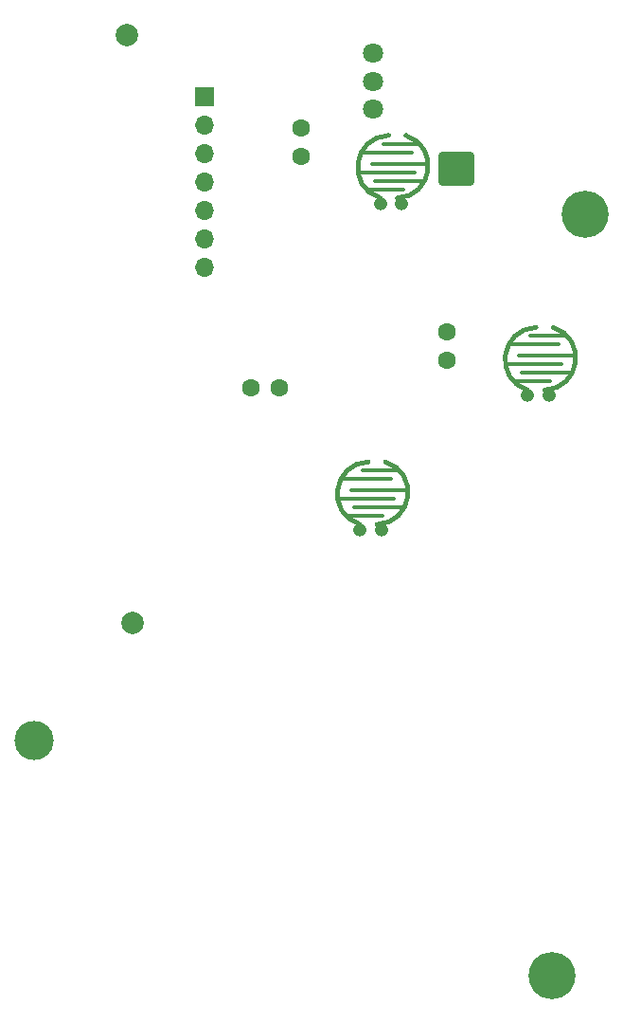
<source format=gbr>
%TF.GenerationSoftware,KiCad,Pcbnew,9.0.0*%
%TF.CreationDate,2025-04-14T10:39:46-04:00*%
%TF.ProjectId,rightPCB,72696768-7450-4434-922e-6b696361645f,rev?*%
%TF.SameCoordinates,Original*%
%TF.FileFunction,Soldermask,Top*%
%TF.FilePolarity,Negative*%
%FSLAX46Y46*%
G04 Gerber Fmt 4.6, Leading zero omitted, Abs format (unit mm)*
G04 Created by KiCad (PCBNEW 9.0.0) date 2025-04-14 10:39:46*
%MOMM*%
%LPD*%
G01*
G04 APERTURE LIST*
G04 Aperture macros list*
%AMRoundRect*
0 Rectangle with rounded corners*
0 $1 Rounding radius*
0 $2 $3 $4 $5 $6 $7 $8 $9 X,Y pos of 4 corners*
0 Add a 4 corners polygon primitive as box body*
4,1,4,$2,$3,$4,$5,$6,$7,$8,$9,$2,$3,0*
0 Add four circle primitives for the rounded corners*
1,1,$1+$1,$2,$3*
1,1,$1+$1,$4,$5*
1,1,$1+$1,$6,$7*
1,1,$1+$1,$8,$9*
0 Add four rect primitives between the rounded corners*
20,1,$1+$1,$2,$3,$4,$5,0*
20,1,$1+$1,$4,$5,$6,$7,0*
20,1,$1+$1,$6,$7,$8,$9,0*
20,1,$1+$1,$8,$9,$2,$3,0*%
G04 Aperture macros list end*
%ADD10C,0.300000*%
%ADD11C,0.400000*%
%ADD12O,1.203200X1.203200*%
%ADD13C,2.000000*%
%ADD14C,1.600000*%
%ADD15R,1.700000X1.700000*%
%ADD16O,1.700000X1.700000*%
%ADD17C,3.500000*%
%ADD18RoundRect,0.465000X1.185000X-1.085000X1.185000X1.085000X-1.185000X1.085000X-1.185000X-1.085000X0*%
%ADD19C,1.800000*%
%ADD20O,4.203200X4.203200*%
G04 APERTURE END LIST*
D10*
%TO.C,SW8*%
X214282900Y-75227200D02*
X219108900Y-75227200D01*
X214536900Y-73449200D02*
X218854900Y-73449200D01*
X214917900Y-76751200D02*
X218092900Y-76751200D01*
X219489900Y-72687200D02*
X216314900Y-72687200D01*
X219870900Y-75989200D02*
X215552900Y-75989200D01*
X220124900Y-74465200D02*
X215298900Y-74465200D01*
D11*
X216060900Y-77513200D02*
G75*
G02*
X216822900Y-71925200I847981J2730321D01*
G01*
X218346900Y-71925200D02*
G75*
G02*
X217584900Y-77513200I-847981J-2730321D01*
G01*
D10*
%TO.C,SW7*%
X227469500Y-92380100D02*
X232295500Y-92380100D01*
X227723500Y-90602100D02*
X232041500Y-90602100D01*
X228104500Y-93904100D02*
X231279500Y-93904100D01*
X232676500Y-89840100D02*
X229501500Y-89840100D01*
X233057500Y-93142100D02*
X228739500Y-93142100D01*
X233311500Y-91618100D02*
X228485500Y-91618100D01*
D11*
X229247500Y-94666100D02*
G75*
G02*
X230009500Y-89078100I847981J2730321D01*
G01*
X231533500Y-89078100D02*
G75*
G02*
X230771500Y-94666100I-847981J-2730321D01*
G01*
D10*
%TO.C,SW6*%
X212470800Y-104381600D02*
X217296800Y-104381600D01*
X212724800Y-102603600D02*
X217042800Y-102603600D01*
X213105800Y-105905600D02*
X216280800Y-105905600D01*
X217677800Y-101841600D02*
X214502800Y-101841600D01*
X218058800Y-105143600D02*
X213740800Y-105143600D01*
X218312800Y-103619600D02*
X213486800Y-103619600D01*
D11*
X214248800Y-106667600D02*
G75*
G02*
X215010800Y-101079600I847981J2730321D01*
G01*
X216534800Y-101079600D02*
G75*
G02*
X215772800Y-106667600I-847981J-2730321D01*
G01*
%TD*%
D12*
%TO.C,SW8*%
X217965800Y-78021100D03*
X216060800Y-78021100D03*
%TD*%
D13*
%TO.C,H2*%
X193891500Y-115499900D03*
%TD*%
D12*
%TO.C,SW7*%
X231152500Y-95174100D03*
X229247500Y-95174100D03*
%TD*%
D14*
%TO.C,C2*%
X204500000Y-94500000D03*
X207000000Y-94500000D03*
%TD*%
D15*
%TO.C,J1*%
X200390600Y-68464100D03*
D16*
X200390600Y-71004100D03*
X200390600Y-73544100D03*
X200390600Y-76084100D03*
X200390600Y-78624100D03*
X200390600Y-81164100D03*
X200390600Y-83704100D03*
%TD*%
D14*
%TO.C,C3*%
X222000000Y-92000000D03*
X222000000Y-89500000D03*
%TD*%
D13*
%TO.C,H1*%
X193391600Y-63000000D03*
%TD*%
D12*
%TO.C,SW6*%
X216153800Y-107175600D03*
X214248800Y-107175600D03*
%TD*%
D17*
%TO.C,H3*%
X185141800Y-126000000D03*
%TD*%
D14*
%TO.C,C1*%
X209000000Y-71300000D03*
X209000000Y-73800000D03*
%TD*%
D18*
%TO.C,SW5*%
X222900000Y-74900000D03*
D19*
X215400000Y-69600000D03*
X215400000Y-64600000D03*
X215400000Y-67100000D03*
%TD*%
D20*
%TO.C,Pad_gge24780*%
X234391500Y-78999900D03*
%TD*%
%TO.C,Pad_gge24769*%
X231391500Y-147000000D03*
%TD*%
M02*

</source>
